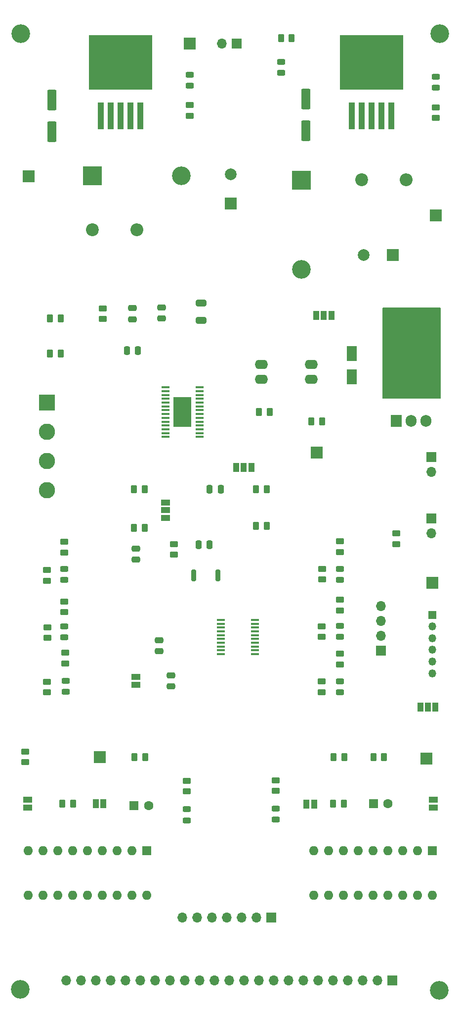
<source format=gbr>
%TF.GenerationSoftware,KiCad,Pcbnew,(6.0.7)*%
%TF.CreationDate,2022-09-18T15:45:32+05:30*%
%TF.ProjectId,Irrigation Project,49727269-6761-4746-996f-6e2050726f6a,V1.0*%
%TF.SameCoordinates,Original*%
%TF.FileFunction,Soldermask,Top*%
%TF.FilePolarity,Negative*%
%FSLAX46Y46*%
G04 Gerber Fmt 4.6, Leading zero omitted, Abs format (unit mm)*
G04 Created by KiCad (PCBNEW (6.0.7)) date 2022-09-18 15:45:32*
%MOMM*%
%LPD*%
G01*
G04 APERTURE LIST*
G04 Aperture macros list*
%AMRoundRect*
0 Rectangle with rounded corners*
0 $1 Rounding radius*
0 $2 $3 $4 $5 $6 $7 $8 $9 X,Y pos of 4 corners*
0 Add a 4 corners polygon primitive as box body*
4,1,4,$2,$3,$4,$5,$6,$7,$8,$9,$2,$3,0*
0 Add four circle primitives for the rounded corners*
1,1,$1+$1,$2,$3*
1,1,$1+$1,$4,$5*
1,1,$1+$1,$6,$7*
1,1,$1+$1,$8,$9*
0 Add four rect primitives between the rounded corners*
20,1,$1+$1,$2,$3,$4,$5,0*
20,1,$1+$1,$4,$5,$6,$7,0*
20,1,$1+$1,$6,$7,$8,$9,0*
20,1,$1+$1,$8,$9,$2,$3,0*%
G04 Aperture macros list end*
%ADD10RoundRect,0.250000X0.250000X0.475000X-0.250000X0.475000X-0.250000X-0.475000X0.250000X-0.475000X0*%
%ADD11RoundRect,0.250000X-0.262500X-0.450000X0.262500X-0.450000X0.262500X0.450000X-0.262500X0.450000X0*%
%ADD12RoundRect,0.250000X0.450000X-0.262500X0.450000X0.262500X-0.450000X0.262500X-0.450000X-0.262500X0*%
%ADD13RoundRect,0.250000X-0.550000X1.500000X-0.550000X-1.500000X0.550000X-1.500000X0.550000X1.500000X0*%
%ADD14R,1.600000X1.600000*%
%ADD15C,1.600000*%
%ADD16RoundRect,0.243750X0.456250X-0.243750X0.456250X0.243750X-0.456250X0.243750X-0.456250X-0.243750X0*%
%ADD17RoundRect,0.250000X0.262500X0.450000X-0.262500X0.450000X-0.262500X-0.450000X0.262500X-0.450000X0*%
%ADD18R,1.500000X1.000000*%
%ADD19C,2.200000*%
%ADD20O,2.200000X2.200000*%
%ADD21R,2.000000X2.000000*%
%ADD22R,1.700000X1.700000*%
%ADD23O,1.700000X1.700000*%
%ADD24C,3.200000*%
%ADD25R,1.000000X1.500000*%
%ADD26RoundRect,0.250000X-0.450000X0.262500X-0.450000X-0.262500X0.450000X-0.262500X0.450000X0.262500X0*%
%ADD27R,1.475000X0.450000*%
%ADD28O,3.500000X3.500000*%
%ADD29R,1.905000X2.000000*%
%ADD30O,1.905000X2.000000*%
%ADD31C,2.000000*%
%ADD32R,1.350000X1.350000*%
%ADD33O,1.350000X1.350000*%
%ADD34R,3.100000X5.180000*%
%ADD35O,1.600000X1.600000*%
%ADD36RoundRect,0.250000X-0.650000X0.325000X-0.650000X-0.325000X0.650000X-0.325000X0.650000X0.325000X0*%
%ADD37RoundRect,0.250000X0.475000X-0.250000X0.475000X0.250000X-0.475000X0.250000X-0.475000X-0.250000X0*%
%ADD38RoundRect,0.250000X-0.250000X-0.475000X0.250000X-0.475000X0.250000X0.475000X-0.250000X0.475000X0*%
%ADD39R,1.100000X4.600000*%
%ADD40R,10.800000X9.400000*%
%ADD41R,2.800000X2.800000*%
%ADD42C,2.800000*%
%ADD43R,3.200000X3.200000*%
%ADD44O,3.200000X3.200000*%
%ADD45RoundRect,0.243750X-0.456250X0.243750X-0.456250X-0.243750X0.456250X-0.243750X0.456250X0.243750X0*%
%ADD46RoundRect,0.200000X-0.200000X-0.800000X0.200000X-0.800000X0.200000X0.800000X-0.200000X0.800000X0*%
%ADD47R,1.800000X2.500000*%
%ADD48O,2.250000X1.600000*%
%ADD49RoundRect,0.250000X-0.475000X0.250000X-0.475000X-0.250000X0.475000X-0.250000X0.475000X0.250000X0*%
G04 APERTURE END LIST*
D10*
%TO.C,C7*%
X108350000Y-75300000D03*
X106450000Y-75300000D03*
%TD*%
D11*
%TO.C,R14*%
X128587500Y-105300000D03*
X130412500Y-105300000D03*
%TD*%
D12*
%TO.C,R22*%
X117200000Y-35162500D03*
X117200000Y-33337500D03*
%TD*%
%TO.C,R21*%
X159400000Y-35537500D03*
X159400000Y-33712500D03*
%TD*%
D13*
%TO.C,C5*%
X137100000Y-32325000D03*
X137100000Y-37725000D03*
%TD*%
D14*
%TO.C,C15*%
X107694888Y-153100000D03*
D15*
X110194888Y-153100000D03*
%TD*%
D16*
%TO.C,D8*%
X143000000Y-114500000D03*
X143000000Y-112625000D03*
%TD*%
D17*
%TO.C,R8*%
X95100000Y-69800000D03*
X93275000Y-69800000D03*
%TD*%
D18*
%TO.C,JP3*%
X108000000Y-132450000D03*
X108000000Y-131150000D03*
%TD*%
D19*
%TO.C,L1*%
X146690000Y-46125000D03*
D20*
X154310000Y-46125000D03*
%TD*%
D16*
%TO.C,D3*%
X95750000Y-124362500D03*
X95750000Y-122487500D03*
%TD*%
D21*
%TO.C,TP5*%
X157800000Y-145100000D03*
%TD*%
D17*
%TO.C,R26*%
X139912500Y-87400000D03*
X138087500Y-87400000D03*
%TD*%
D22*
%TO.C,J8*%
X151925000Y-183000000D03*
D23*
X149385000Y-183000000D03*
X146845000Y-183000000D03*
X144305000Y-183000000D03*
X141765000Y-183000000D03*
X139225000Y-183000000D03*
X136685000Y-183000000D03*
X134145000Y-183000000D03*
X131605000Y-183000000D03*
X129065000Y-183000000D03*
X126525000Y-183000000D03*
X123985000Y-183000000D03*
X121445000Y-183000000D03*
X118905000Y-183000000D03*
X116365000Y-183000000D03*
X113825000Y-183000000D03*
X111285000Y-183000000D03*
X108745000Y-183000000D03*
X106205000Y-183000000D03*
X103665000Y-183000000D03*
X101125000Y-183000000D03*
X98585000Y-183000000D03*
X96045000Y-183000000D03*
%TD*%
D22*
%TO.C,J1*%
X125300000Y-22800000D03*
D23*
X122760000Y-22800000D03*
%TD*%
D24*
%TO.C,H2*%
X160000000Y-184700000D03*
%TD*%
D17*
%TO.C,R7*%
X109512500Y-105600000D03*
X107687500Y-105600000D03*
%TD*%
D12*
%TO.C,R6*%
X95900000Y-128837500D03*
X95900000Y-127012500D03*
%TD*%
D14*
%TO.C,C14*%
X148700000Y-152800000D03*
D15*
X151200000Y-152800000D03*
%TD*%
D21*
%TO.C,TP3*%
X159400000Y-52225000D03*
%TD*%
D16*
%TO.C,D2*%
X96000000Y-133675000D03*
X96000000Y-131800000D03*
%TD*%
D17*
%TO.C,R29*%
X143712500Y-144800000D03*
X141887500Y-144800000D03*
%TD*%
D25*
%TO.C,JP2*%
X125200000Y-95300000D03*
X126500000Y-95300000D03*
X127800000Y-95300000D03*
%TD*%
D26*
%TO.C,R27*%
X114500000Y-108387500D03*
X114500000Y-110212500D03*
%TD*%
D27*
%TO.C,IC1*%
X122562000Y-121375000D03*
X122562000Y-122025000D03*
X122562000Y-122675000D03*
X122562000Y-123325000D03*
X122562000Y-123975000D03*
X122562000Y-124625000D03*
X122562000Y-125275000D03*
X122562000Y-125925000D03*
X122562000Y-126575000D03*
X122562000Y-127225000D03*
X128438000Y-127225000D03*
X128438000Y-126575000D03*
X128438000Y-125925000D03*
X128438000Y-125275000D03*
X128438000Y-124625000D03*
X128438000Y-123975000D03*
X128438000Y-123325000D03*
X128438000Y-122675000D03*
X128438000Y-122025000D03*
X128438000Y-121375000D03*
%TD*%
D16*
%TO.C,D1*%
X95700000Y-114550000D03*
X95700000Y-112675000D03*
%TD*%
D28*
%TO.C,Q1*%
X155200000Y-70670000D03*
D29*
X152660000Y-87330000D03*
D30*
X155200000Y-87330000D03*
X157740000Y-87330000D03*
%TD*%
D18*
%TO.C,JP7*%
X159000000Y-152150000D03*
X159000000Y-153450000D03*
%TD*%
D11*
%TO.C,R20*%
X132887500Y-21925000D03*
X134712500Y-21925000D03*
%TD*%
D22*
%TO.C,J5*%
X131200000Y-172300000D03*
D23*
X128660000Y-172300000D03*
X126120000Y-172300000D03*
X123580000Y-172300000D03*
X121040000Y-172300000D03*
X118500000Y-172300000D03*
X115960000Y-172300000D03*
%TD*%
D21*
%TO.C,C10*%
X124300000Y-50217677D03*
D31*
X124300000Y-45217677D03*
%TD*%
D24*
%TO.C,H4*%
X88200000Y-184550000D03*
%TD*%
D32*
%TO.C,J7*%
X158800000Y-120500000D03*
D33*
X158800000Y-122500000D03*
X158800000Y-124500000D03*
X158800000Y-126500000D03*
X158800000Y-128500000D03*
X158800000Y-130500000D03*
%TD*%
D26*
%TO.C,R24*%
X132000000Y-148787500D03*
X132000000Y-150612500D03*
%TD*%
D27*
%TO.C,M1*%
X113062000Y-81625000D03*
X113062000Y-82275000D03*
X113062000Y-82925000D03*
X113062000Y-83575000D03*
X113062000Y-84225000D03*
X113062000Y-84875000D03*
X113062000Y-85525000D03*
X113062000Y-86175000D03*
X113062000Y-86825000D03*
X113062000Y-87475000D03*
X113062000Y-88125000D03*
X113062000Y-88775000D03*
X113062000Y-89425000D03*
X113062000Y-90075000D03*
X118938000Y-90075000D03*
X118938000Y-89425000D03*
X118938000Y-88775000D03*
X118938000Y-88125000D03*
X118938000Y-87475000D03*
X118938000Y-86825000D03*
X118938000Y-86175000D03*
X118938000Y-85525000D03*
X118938000Y-84875000D03*
X118938000Y-84225000D03*
X118938000Y-83575000D03*
X118938000Y-82925000D03*
X118938000Y-82275000D03*
X118938000Y-81625000D03*
D34*
X116000000Y-85850000D03*
%TD*%
D18*
%TO.C,JP5*%
X89500000Y-152150000D03*
X89500000Y-153450000D03*
%TD*%
D14*
%TO.C,U4*%
X158800000Y-160800000D03*
D35*
X156260000Y-160800000D03*
X153720000Y-160800000D03*
X151180000Y-160800000D03*
X148640000Y-160800000D03*
X146100000Y-160800000D03*
X143560000Y-160800000D03*
X141020000Y-160800000D03*
X138480000Y-160800000D03*
X138480000Y-168420000D03*
X141020000Y-168420000D03*
X143560000Y-168420000D03*
X146100000Y-168420000D03*
X148640000Y-168420000D03*
X151180000Y-168420000D03*
X153720000Y-168420000D03*
X156260000Y-168420000D03*
X158800000Y-168420000D03*
%TD*%
D21*
%TO.C,TP6*%
X101800000Y-144800000D03*
%TD*%
D18*
%TO.C,JP1*%
X113100000Y-103900000D03*
X113100000Y-102600000D03*
X113100000Y-101300000D03*
%TD*%
D21*
%TO.C,TP2*%
X139000000Y-92800000D03*
%TD*%
D12*
%TO.C,R16*%
X139800000Y-124275000D03*
X139800000Y-122450000D03*
%TD*%
D21*
%TO.C,TP4*%
X89600000Y-45500000D03*
%TD*%
%TO.C,TP7*%
X158800000Y-115000000D03*
%TD*%
D36*
%TO.C,C1*%
X119200000Y-67225000D03*
X119200000Y-70175000D03*
%TD*%
D37*
%TO.C,C12*%
X112000000Y-126750000D03*
X112000000Y-124850000D03*
%TD*%
D26*
%TO.C,R30*%
X89000000Y-143887500D03*
X89000000Y-145712500D03*
%TD*%
D16*
%TO.C,D9*%
X132900000Y-27862500D03*
X132900000Y-25987500D03*
%TD*%
D24*
%TO.C,H3*%
X88300000Y-21100000D03*
%TD*%
D16*
%TO.C,D7*%
X143000000Y-124300000D03*
X143000000Y-122425000D03*
%TD*%
D22*
%TO.C,J3*%
X158600000Y-104025000D03*
D23*
X158600000Y-106565000D03*
%TD*%
D22*
%TO.C,J2*%
X150000000Y-126600000D03*
D23*
X150000000Y-124060000D03*
X150000000Y-121520000D03*
X150000000Y-118980000D03*
%TD*%
D17*
%TO.C,R4*%
X109512500Y-99000000D03*
X107687500Y-99000000D03*
%TD*%
D38*
%TO.C,C13*%
X118750000Y-108500000D03*
X120650000Y-108500000D03*
%TD*%
D37*
%TO.C,C3*%
X112400000Y-69850000D03*
X112400000Y-67950000D03*
%TD*%
D12*
%TO.C,R19*%
X143000000Y-109775000D03*
X143000000Y-107950000D03*
%TD*%
D39*
%TO.C,U1*%
X145000000Y-35175000D03*
X146700000Y-35175000D03*
D40*
X148400000Y-26025000D03*
D39*
X148400000Y-35175000D03*
X150100000Y-35175000D03*
X151800000Y-35175000D03*
%TD*%
D16*
%TO.C,D6*%
X143000000Y-133737500D03*
X143000000Y-131862500D03*
%TD*%
D24*
%TO.C,H1*%
X160100000Y-21125000D03*
%TD*%
D13*
%TO.C,C6*%
X93600000Y-32494888D03*
X93600000Y-37894888D03*
%TD*%
D37*
%TO.C,C4*%
X107400000Y-69950000D03*
X107400000Y-68050000D03*
%TD*%
D17*
%TO.C,R9*%
X95112500Y-75800000D03*
X93287500Y-75800000D03*
%TD*%
D41*
%TO.C,J6*%
X92750000Y-84200000D03*
D42*
X92750000Y-89200000D03*
X92750000Y-94200000D03*
X92750000Y-99200000D03*
%TD*%
D39*
%TO.C,U2*%
X102000000Y-35175000D03*
X103700000Y-35175000D03*
X105400000Y-35175000D03*
D40*
X105400000Y-26025000D03*
D39*
X107100000Y-35175000D03*
X108800000Y-35175000D03*
%TD*%
D11*
%TO.C,R33*%
X141792612Y-152800000D03*
X143617612Y-152800000D03*
%TD*%
D43*
%TO.C,D4*%
X136400000Y-46205000D03*
D44*
X136400000Y-61445000D03*
%TD*%
D45*
%TO.C,D11*%
X117200000Y-28162500D03*
X117200000Y-30037500D03*
%TD*%
D12*
%TO.C,R2*%
X95700000Y-109837500D03*
X95700000Y-108012500D03*
%TD*%
D19*
%TO.C,L2*%
X100590000Y-54700000D03*
D20*
X108210000Y-54700000D03*
%TD*%
D46*
%TO.C,SW7*%
X117900000Y-113800000D03*
X122100000Y-113800000D03*
%TD*%
D25*
%TO.C,JP8*%
X101150000Y-152800000D03*
X102450000Y-152800000D03*
%TD*%
D45*
%TO.C,D10*%
X159400000Y-28487500D03*
X159400000Y-30362500D03*
%TD*%
D25*
%TO.C,JP6*%
X137250000Y-152900000D03*
X138550000Y-152900000D03*
%TD*%
D11*
%TO.C,R32*%
X107787500Y-144800000D03*
X109612500Y-144800000D03*
%TD*%
D17*
%TO.C,R23*%
X130912500Y-85800000D03*
X129087500Y-85800000D03*
%TD*%
D11*
%TO.C,R34*%
X95387500Y-152800000D03*
X97212500Y-152800000D03*
%TD*%
D21*
%TO.C,C9*%
X152067677Y-59025000D03*
D31*
X147067677Y-59025000D03*
%TD*%
D26*
%TO.C,R3*%
X102300000Y-68087500D03*
X102300000Y-69912500D03*
%TD*%
D12*
%TO.C,R1*%
X92800000Y-114687500D03*
X92800000Y-112862500D03*
%TD*%
%TO.C,R17*%
X143000000Y-119775000D03*
X143000000Y-117950000D03*
%TD*%
D43*
%TO.C,D5*%
X100580000Y-45400000D03*
D44*
X115820000Y-45400000D03*
%TD*%
D25*
%TO.C,JP4*%
X138900000Y-69300000D03*
X140200000Y-69300000D03*
X141500000Y-69300000D03*
%TD*%
D26*
%TO.C,R25*%
X116700000Y-148887500D03*
X116700000Y-150712500D03*
%TD*%
D47*
%TO.C,D14*%
X145000000Y-79800000D03*
X145000000Y-75800000D03*
%TD*%
D48*
%TO.C,U3*%
X129550000Y-77730000D03*
X129550000Y-80270000D03*
X138050000Y-80270000D03*
X138050000Y-77730000D03*
%TD*%
D12*
%TO.C,R11*%
X95750000Y-120037500D03*
X95750000Y-118212500D03*
%TD*%
D25*
%TO.C,JP9*%
X159350000Y-136250000D03*
X158050000Y-136250000D03*
X156750000Y-136250000D03*
%TD*%
D38*
%TO.C,C8*%
X120650000Y-99000000D03*
X122550000Y-99000000D03*
%TD*%
D16*
%TO.C,D13*%
X116700000Y-155637500D03*
X116700000Y-153762500D03*
%TD*%
D49*
%TO.C,C11*%
X114000000Y-130850000D03*
X114000000Y-132750000D03*
%TD*%
D12*
%TO.C,R18*%
X139900000Y-114475000D03*
X139900000Y-112650000D03*
%TD*%
%TO.C,R12*%
X139800000Y-133712500D03*
X139800000Y-131887500D03*
%TD*%
D22*
%TO.C,J4*%
X158600000Y-93525000D03*
D23*
X158600000Y-96065000D03*
%TD*%
D12*
%TO.C,R5*%
X92800000Y-133750000D03*
X92800000Y-131925000D03*
%TD*%
D16*
%TO.C,D12*%
X132000000Y-155537500D03*
X132000000Y-153662500D03*
%TD*%
D37*
%TO.C,C2*%
X108000000Y-111050000D03*
X108000000Y-109150000D03*
%TD*%
D11*
%TO.C,R15*%
X128587500Y-99000000D03*
X130412500Y-99000000D03*
%TD*%
D21*
%TO.C,TP1*%
X117200000Y-22800000D03*
%TD*%
D12*
%TO.C,R10*%
X92850000Y-124437500D03*
X92850000Y-122612500D03*
%TD*%
D14*
%TO.C,U5*%
X109850000Y-160800000D03*
D35*
X107310000Y-160800000D03*
X104770000Y-160800000D03*
X102230000Y-160800000D03*
X99690000Y-160800000D03*
X97150000Y-160800000D03*
X94610000Y-160800000D03*
X92070000Y-160800000D03*
X89530000Y-160800000D03*
X89530000Y-168420000D03*
X92070000Y-168420000D03*
X94610000Y-168420000D03*
X97150000Y-168420000D03*
X99690000Y-168420000D03*
X102230000Y-168420000D03*
X104770000Y-168420000D03*
X107310000Y-168420000D03*
X109850000Y-168420000D03*
%TD*%
D12*
%TO.C,R13*%
X143000000Y-129000000D03*
X143000000Y-127175000D03*
%TD*%
D26*
%TO.C,R28*%
X152600000Y-106587500D03*
X152600000Y-108412500D03*
%TD*%
D11*
%TO.C,R31*%
X148692612Y-144800000D03*
X150517612Y-144800000D03*
%TD*%
G36*
X160192121Y-67970002D02*
G01*
X160238614Y-68023658D01*
X160250000Y-68076000D01*
X160250000Y-83424000D01*
X160229998Y-83492121D01*
X160176342Y-83538614D01*
X160124000Y-83550000D01*
X150376000Y-83550000D01*
X150307879Y-83529998D01*
X150261386Y-83476342D01*
X150250000Y-83424000D01*
X150250000Y-68076000D01*
X150270002Y-68007879D01*
X150323658Y-67961386D01*
X150376000Y-67950000D01*
X160124000Y-67950000D01*
X160192121Y-67970002D01*
G37*
M02*

</source>
